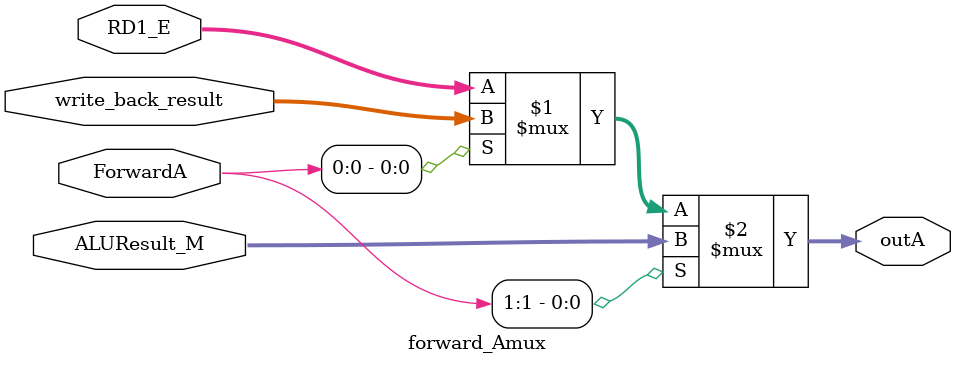
<source format=v>
`timescale 1ns / 1ps


module forward_Amux(RD1_E,ALUResult_M,write_back_result,ForwardA,outA);

    input [31:0] RD1_E;              //value coming from id_ex_reg (initially from reg_file)
    input [31:0] ALUResult_M;        //forwarded value from mem_wb_reg
    input [31:0] write_back_result;  //forwarded value from mem_wb_reg
    input [1:0] ForwardA;            //select pin to choose between forwarded values or reg_file value
    
    output [31:0] outA;              //32 bit output
    //                             10                             01              00            
    assign outA = ForwardA[1] ? ALUResult_M : (ForwardA[0] ? write_back_result : RD1_E);
endmodule

</source>
